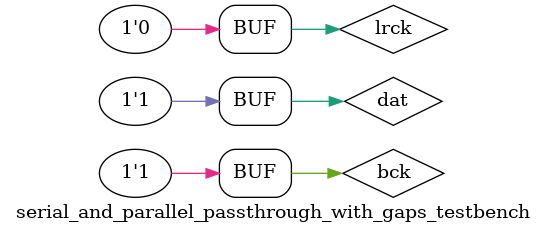
<source format=v>
module serial_and_parallel_passthrough_with_gaps_testbench;
reg bck;
reg lrck;
reg dat;
wire datOut;
wire [15:0] outl;
wire [15:0] outr;
wire [15:0] temp;
wire [3:0] temp3;
wire [3:0] temp2;
wire temp4;
parameter stimDelay = 10;
audio_serial_to_parallel DUT(bck, lrck, dat, outl, outr);
audio_parallel_to_serial DUT2(bck, lrck, datOut, outl, outr, temp3, temp4);
initial
begin
//expected Rdata: 1100 1010 1100 1010
				 bck = 0; lrck = 0; dat=0;
#(stimDelay) bck = 1;
#(stimDelay) bck = 0; lrck=1;
#(stimDelay) bck = 1;
#(stimDelay) bck = 0; dat=1;//msb 1
#(stimDelay) bck = 1;
#(stimDelay) bck = 0; dat=1;
#(stimDelay) bck = 1;
#(stimDelay) bck = 0; dat=0;
#(stimDelay) bck = 1;
#(stimDelay) bck = 0; dat=0;
#(stimDelay) bck = 1;
#(stimDelay) bck = 0; dat=1;
#(stimDelay) bck = 1;
#(stimDelay) bck = 0; dat=0;
#(stimDelay) bck = 1;
#(stimDelay) bck = 0; dat=1;
#(stimDelay) bck = 1;
#(stimDelay) bck = 0; dat=0;
#(stimDelay) bck = 1;
#(stimDelay) bck = 0; dat=1;//9
#(stimDelay) bck = 1;
#(stimDelay) bck = 0; dat=1;
#(stimDelay) bck = 1;
#(stimDelay) bck = 0; dat=0;
#(stimDelay) bck = 1;
#(stimDelay) bck = 0; dat=0;
#(stimDelay) bck = 1;
#(stimDelay) bck = 0; dat=1;
#(stimDelay) bck = 1;
#(stimDelay) bck = 0; dat=0;
#(stimDelay) bck = 1;
#(stimDelay) bck = 0; dat=1;
#(stimDelay) bck = 1;
#(stimDelay) bck = 0; dat = 0; 
#(stimDelay) bck = 1;
#(stimDelay) bck = 0;
#(stimDelay) bck = 1;
#(stimDelay) bck = 0;
#(stimDelay) bck = 1;
#(stimDelay) bck = 0;
#(stimDelay) bck = 1;
#(stimDelay) bck = 0;
#(stimDelay) bck = 1;
#(stimDelay) bck = 0; lrck=0; //lrclk switch to left channel last LSB
#(stimDelay) bck = 1; 
#(stimDelay) bck = 0; dat=1; //MSB left 
#(stimDelay) bck = 1; 
#(stimDelay) bck = 0; dat=0;
#(stimDelay) bck = 1; 
#(stimDelay) bck = 0; dat=1;
#(stimDelay) bck = 1; 
#(stimDelay) bck = 0; dat=1;
#(stimDelay) bck = 1; 
#(stimDelay) bck = 0; dat=1;
#(stimDelay) bck = 1; 
#(stimDelay) bck = 0; dat=1;
#(stimDelay) bck = 1; 
#(stimDelay) bck = 0; dat=1;
#(stimDelay) bck = 1; 
#(stimDelay) bck = 0; dat=1;
#(stimDelay) bck = 1; 
#(stimDelay) bck = 0; dat=0;
#(stimDelay) bck = 1; 
#(stimDelay) bck = 0; dat=1;
#(stimDelay) bck = 1; 
#(stimDelay) bck = 0; dat=1;
#(stimDelay) bck = 1; 
#(stimDelay) bck = 0; dat=1;
#(stimDelay) bck = 1; 
#(stimDelay) bck = 0; dat=1;
#(stimDelay) bck = 1; 
#(stimDelay) bck = 0; dat=1;
#(stimDelay) bck = 1; 
#(stimDelay) bck = 0; dat=1; 
#(stimDelay) bck = 1; 
#(stimDelay) bck = 0; dat=1;  //<<- toggle lrclk on last bit//LSB left 
#(stimDelay) bck = 1;
 
#(stimDelay) bck = 0;
#(stimDelay) bck = 1;
#(stimDelay) bck = 0;
#(stimDelay) bck = 1;
#(stimDelay) bck = 0;
#(stimDelay) bck = 1;
#(stimDelay) bck = 0; lrck=1;
#(stimDelay) bck = 1;


#(stimDelay) bck = 0; dat=0; //msb 1
#(stimDelay) bck = 1;
#(stimDelay) bck = 0; dat=1;
#(stimDelay) bck = 1;
#(stimDelay) bck = 0; dat=0;
#(stimDelay) bck = 1;
#(stimDelay) bck = 0; dat=1;
#(stimDelay) bck = 1;
#(stimDelay) bck = 0; dat=1;
#(stimDelay) bck = 1;
#(stimDelay) bck = 0; dat=0;
#(stimDelay) bck = 1;
#(stimDelay) bck = 0; dat=1;
#(stimDelay) bck = 1;
#(stimDelay) bck = 0; dat=0;
#(stimDelay) bck = 1;
#(stimDelay) bck = 0; dat=1;//9
#(stimDelay) bck = 1;
#(stimDelay) bck = 0; dat=1;
#(stimDelay) bck = 1;
#(stimDelay) bck = 0; dat=0;
#(stimDelay) bck = 1;
#(stimDelay) bck = 0; dat=0;
#(stimDelay) bck = 1;
#(stimDelay) bck = 0; dat=1;
#(stimDelay) bck = 1;
#(stimDelay) bck = 0; dat=0;
#(stimDelay) bck = 1;
#(stimDelay) bck = 0; dat=1;
#(stimDelay) bck = 1;
#(stimDelay) bck = 0; dat=0; //lrclk switch to left channel
#(stimDelay) bck = 1; 

#(stimDelay) bck = 0;
#(stimDelay) bck = 1;
#(stimDelay) bck = 0;
#(stimDelay) bck = 1;
#(stimDelay) bck = 0;
#(stimDelay) bck = 1;
#(stimDelay) bck = 0; lrck=0;
#(stimDelay) bck = 1;

#(stimDelay) bck = 0; dat=0; //MSB left 
#(stimDelay) bck = 1; 
#(stimDelay) bck = 0; dat=1;
#(stimDelay) bck = 1; 
#(stimDelay) bck = 0; dat=1;
#(stimDelay) bck = 1; 
#(stimDelay) bck = 0; dat=1;
#(stimDelay) bck = 1; 
#(stimDelay) bck = 0; dat=1;
#(stimDelay) bck = 1; 
#(stimDelay) bck = 0; dat=1;
#(stimDelay) bck = 1; 
#(stimDelay) bck = 0; dat=1;
#(stimDelay) bck = 1; 
#(stimDelay) bck = 0; dat=1;
#(stimDelay) bck = 1; 
#(stimDelay) bck = 0; dat=0;
#(stimDelay) bck = 1; 
#(stimDelay) bck = 0; dat=1;
#(stimDelay) bck = 1; 
#(stimDelay) bck = 0; dat=1;
#(stimDelay) bck = 1; 
#(stimDelay) bck = 0; dat=1;
#(stimDelay) bck = 1; 
#(stimDelay) bck = 0; dat=1;
#(stimDelay) bck = 1; 
#(stimDelay) bck = 0; dat=1;
#(stimDelay) bck = 1; 
#(stimDelay) bck = 0; dat=1;
#(stimDelay) bck = 1; 
#(stimDelay) bck = 0; dat=1; //LSB left 
#(stimDelay) bck = 1; 

#(stimDelay) bck = 0;
#(stimDelay) bck = 1;
#(stimDelay) bck = 0;
#(stimDelay) bck = 1;
#(stimDelay) bck = 0;
#(stimDelay) bck = 1;
#(stimDelay) bck = 0; lrck=1;
#(stimDelay) bck = 1;

#(stimDelay) bck = 0; dat=1;//msb 1
#(stimDelay) bck = 1;
#(stimDelay) bck = 0; dat=0;
#(stimDelay) bck = 1;
#(stimDelay) bck = 0; dat=0;
#(stimDelay) bck = 1;
#(stimDelay) bck = 0; dat=1;
#(stimDelay) bck = 1;
#(stimDelay) bck = 0; dat=1;
#(stimDelay) bck = 1;
#(stimDelay) bck = 0; dat=1;
#(stimDelay) bck = 1;
#(stimDelay) bck = 0; dat=1;
#(stimDelay) bck = 1;
#(stimDelay) bck = 0; dat=0;
#(stimDelay) bck = 1;
#(stimDelay) bck = 0; dat=1;//9
#(stimDelay) bck = 1;
#(stimDelay) bck = 0; dat=1;
#(stimDelay) bck = 1;
#(stimDelay) bck = 0; dat=0;
#(stimDelay) bck = 1;
#(stimDelay) bck = 0; dat=0;
#(stimDelay) bck = 1;
#(stimDelay) bck = 0; dat=1;
#(stimDelay) bck = 1;
#(stimDelay) bck = 0; dat=0;
#(stimDelay) bck = 1;
#(stimDelay) bck = 0; dat=1;
#(stimDelay) bck = 1;
#(stimDelay) bck = 0; dat=0; //lsb
#(stimDelay) bck = 1;
#(stimDelay) bck = 0; //no data
#(stimDelay) bck = 1;
#(stimDelay) bck = 0; //no data
#(stimDelay) bck = 1;
#(stimDelay) bck = 0; lrck=0;
#(stimDelay) bck = 1; 
#(stimDelay) bck = 0; dat=0; //MSB left 
#(stimDelay) bck = 1; 
#(stimDelay) bck = 0; dat=1;
#(stimDelay) bck = 1; 
#(stimDelay) bck = 0; dat=1;
#(stimDelay) bck = 1; 
#(stimDelay) bck = 0; dat=1;
#(stimDelay) bck = 1; 
#(stimDelay) bck = 0; dat=1;
#(stimDelay) bck = 1; 
#(stimDelay) bck = 0; dat=1;
#(stimDelay) bck = 1; 
#(stimDelay) bck = 0; dat=1;
#(stimDelay) bck = 1; 
#(stimDelay) bck = 0; dat=1;
#(stimDelay) bck = 1; 
#(stimDelay) bck = 0; dat=0;
#(stimDelay) bck = 1; 
#(stimDelay) bck = 0; dat=1;
#(stimDelay) bck = 1; 
#(stimDelay) bck = 0; dat=1;
#(stimDelay) bck = 1; 
#(stimDelay) bck = 0; dat=1;
#(stimDelay) bck = 1; 
#(stimDelay) bck = 0; dat=1;
#(stimDelay) bck = 1; 
#(stimDelay) bck = 0; dat=1;
#(stimDelay) bck = 1; 
#(stimDelay) bck = 0; dat=1;
#(stimDelay) bck = 1; 
#(stimDelay) bck = 0; dat=1; //LSB left 
#(stimDelay) bck = 1; 
#100; //Let simulation finish
end

endmodule
</source>
